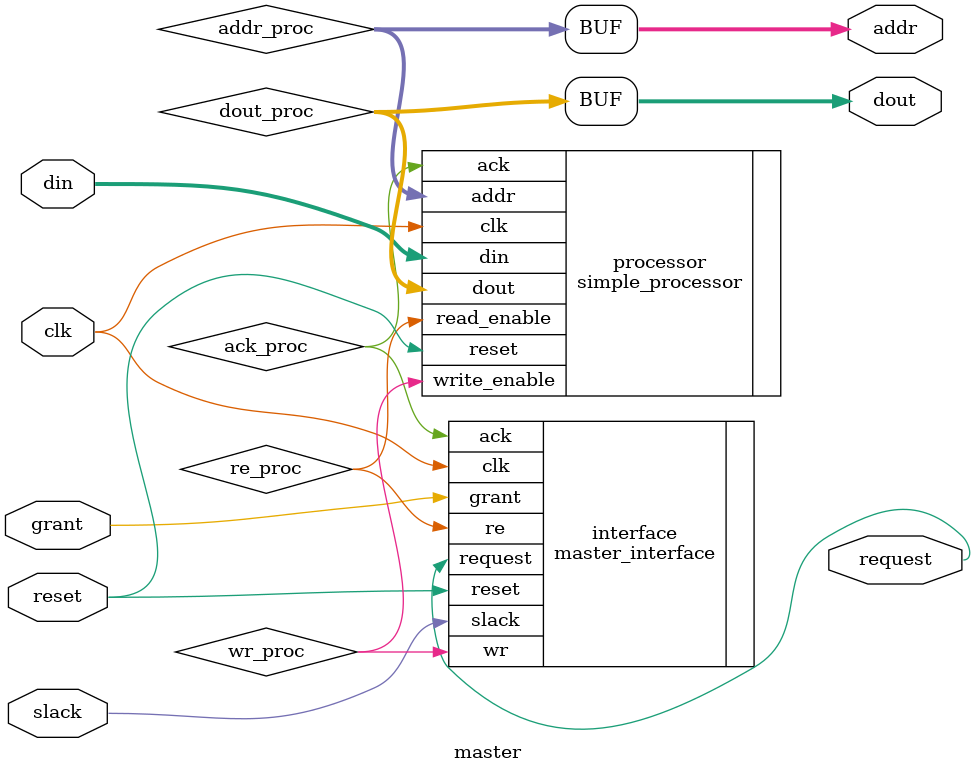
<source format=v>
`timescale 1ns / 1ps


`timescale 1ns / 1ps

module master #(
    parameter DATA_WIDTH = 8,          // Data bus width (8 bits)
    parameter ADDR_WIDTH = 4,          // Address bus width (4 bits)
    parameter REGFILE_SIZE = 8,        // Number of registers in processor
    parameter INSTR_WIDTH = 10         // Instruction width (10 bits)
) (
    input clk,
    input reset,
    input [DATA_WIDTH-1:0] din,        // Data input from memory
    input slack,                       // Acknowledge signal from memory to master_controller
    input grant,                       // Grant signal from memory to master_controller
    output [DATA_WIDTH-1:0] dout,      // Data output from processor to memory
    output [ADDR_WIDTH-1:0] addr,      // Address output from processor to memory
    output request                     // Request signal from master_controller to memory
);

    // Signals for connecting the simple_processor and master_controller
    wire ack_proc;                      // Acknowledge signal from master_controller to processor
    wire re_proc;                       // Read enable from processor
    wire wr_proc;                       // Write enable from processor

    // Signals between processor and memory
    wire [DATA_WIDTH-1:0] dout_proc;    // Data output from processor to memory
    wire [ADDR_WIDTH-1:0] addr_proc;    // Address output from processor to memory
    wire write_enable_proc;             // Write enable to memory from processor
    wire read_enable_proc;              // Read enable to memory from processor

    // Instantiate the simple_processor module
    simple_processor #(
        .DATA_WIDTH(DATA_WIDTH),
        .ADDR_WIDTH(ADDR_WIDTH),
        .REGFILE_SIZE(REGFILE_SIZE),
        .INSTR_WIDTH(INSTR_WIDTH)
    ) processor (
        .clk(clk),
        .reset(reset),
        .din(din),                      // Data input from memory
        .addr(addr_proc),                // Address output to memory
        .dout(dout_proc),                // Data output to memory
        .write_enable(wr_proc),          // Write enable signal
        .read_enable(re_proc),           // Read enable signal
        .ack(ack_proc)                   // Acknowledge signal from master_controller
    );

    // Instantiate the master_controller module (no parameters required here)
    master_interface interface (
        .clk(clk),
        .reset(reset),
        .re(re_proc),                    // Read enable from processor
        .wr(wr_proc),                    // Write enable from processor
        .grant(grant),                   // Grant signal from memory
        .slack(slack),                   // Acknowledge signal from memory
        .ack(ack_proc),                  // Acknowledge signal to processor
        .request(request)                // Request signal to memory
    );

    // Output connections
    assign dout = dout_proc;             // Output data from processor to memory
    assign addr = addr_proc;             // Output address from processor to memory

endmodule


</source>
